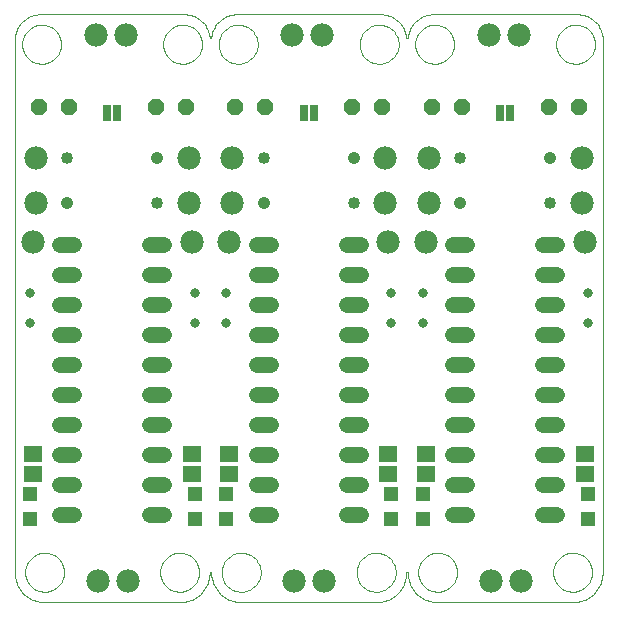
<source format=gts>
G75*
G70*
%OFA0B0*%
%FSLAX24Y24*%
%IPPOS*%
%LPD*%
%AMOC8*
5,1,8,0,0,1.08239X$1,22.5*
%
%ADD10C,0.0010*%
%ADD11C,0.0000*%
%ADD12C,0.0520*%
%ADD13C,0.0316*%
%ADD14C,0.0400*%
%ADD15C,0.0412*%
%ADD16C,0.0780*%
%ADD17OC8,0.0520*%
%ADD18R,0.0631X0.0552*%
%ADD19R,0.0512X0.0512*%
%ADD20R,0.0290X0.0540*%
D10*
X000730Y001380D02*
X000732Y001430D01*
X000738Y001480D01*
X000748Y001530D01*
X000761Y001578D01*
X000778Y001626D01*
X000799Y001672D01*
X000823Y001716D01*
X000851Y001758D01*
X000882Y001798D01*
X000916Y001835D01*
X000953Y001870D01*
X000992Y001901D01*
X001033Y001930D01*
X001077Y001955D01*
X001123Y001977D01*
X001170Y001995D01*
X001218Y002009D01*
X001267Y002020D01*
X001317Y002027D01*
X001367Y002030D01*
X001418Y002029D01*
X001468Y002024D01*
X001518Y002015D01*
X001566Y002003D01*
X001614Y001986D01*
X001660Y001966D01*
X001705Y001943D01*
X001748Y001916D01*
X001788Y001886D01*
X001826Y001853D01*
X001861Y001817D01*
X001894Y001778D01*
X001923Y001737D01*
X001949Y001694D01*
X001972Y001649D01*
X001991Y001602D01*
X002006Y001554D01*
X002018Y001505D01*
X002026Y001455D01*
X002030Y001405D01*
X002030Y001355D01*
X002026Y001305D01*
X002018Y001255D01*
X002006Y001206D01*
X001991Y001158D01*
X001972Y001111D01*
X001949Y001066D01*
X001923Y001023D01*
X001894Y000982D01*
X001861Y000943D01*
X001826Y000907D01*
X001788Y000874D01*
X001748Y000844D01*
X001705Y000817D01*
X001660Y000794D01*
X001614Y000774D01*
X001566Y000757D01*
X001518Y000745D01*
X001468Y000736D01*
X001418Y000731D01*
X001367Y000730D01*
X001317Y000733D01*
X001267Y000740D01*
X001218Y000751D01*
X001170Y000765D01*
X001123Y000783D01*
X001077Y000805D01*
X001033Y000830D01*
X000992Y000859D01*
X000953Y000890D01*
X000916Y000925D01*
X000882Y000962D01*
X000851Y001002D01*
X000823Y001044D01*
X000799Y001088D01*
X000778Y001134D01*
X000761Y001182D01*
X000748Y001230D01*
X000738Y001280D01*
X000732Y001330D01*
X000730Y001380D01*
X005230Y001380D02*
X005232Y001430D01*
X005238Y001480D01*
X005248Y001530D01*
X005261Y001578D01*
X005278Y001626D01*
X005299Y001672D01*
X005323Y001716D01*
X005351Y001758D01*
X005382Y001798D01*
X005416Y001835D01*
X005453Y001870D01*
X005492Y001901D01*
X005533Y001930D01*
X005577Y001955D01*
X005623Y001977D01*
X005670Y001995D01*
X005718Y002009D01*
X005767Y002020D01*
X005817Y002027D01*
X005867Y002030D01*
X005918Y002029D01*
X005968Y002024D01*
X006018Y002015D01*
X006066Y002003D01*
X006114Y001986D01*
X006160Y001966D01*
X006205Y001943D01*
X006248Y001916D01*
X006288Y001886D01*
X006326Y001853D01*
X006361Y001817D01*
X006394Y001778D01*
X006423Y001737D01*
X006449Y001694D01*
X006472Y001649D01*
X006491Y001602D01*
X006506Y001554D01*
X006518Y001505D01*
X006526Y001455D01*
X006530Y001405D01*
X006530Y001355D01*
X006526Y001305D01*
X006518Y001255D01*
X006506Y001206D01*
X006491Y001158D01*
X006472Y001111D01*
X006449Y001066D01*
X006423Y001023D01*
X006394Y000982D01*
X006361Y000943D01*
X006326Y000907D01*
X006288Y000874D01*
X006248Y000844D01*
X006205Y000817D01*
X006160Y000794D01*
X006114Y000774D01*
X006066Y000757D01*
X006018Y000745D01*
X005968Y000736D01*
X005918Y000731D01*
X005867Y000730D01*
X005817Y000733D01*
X005767Y000740D01*
X005718Y000751D01*
X005670Y000765D01*
X005623Y000783D01*
X005577Y000805D01*
X005533Y000830D01*
X005492Y000859D01*
X005453Y000890D01*
X005416Y000925D01*
X005382Y000962D01*
X005351Y001002D01*
X005323Y001044D01*
X005299Y001088D01*
X005278Y001134D01*
X005261Y001182D01*
X005248Y001230D01*
X005238Y001280D01*
X005232Y001330D01*
X005230Y001380D01*
X007280Y001380D02*
X007282Y001430D01*
X007288Y001480D01*
X007298Y001530D01*
X007311Y001578D01*
X007328Y001626D01*
X007349Y001672D01*
X007373Y001716D01*
X007401Y001758D01*
X007432Y001798D01*
X007466Y001835D01*
X007503Y001870D01*
X007542Y001901D01*
X007583Y001930D01*
X007627Y001955D01*
X007673Y001977D01*
X007720Y001995D01*
X007768Y002009D01*
X007817Y002020D01*
X007867Y002027D01*
X007917Y002030D01*
X007968Y002029D01*
X008018Y002024D01*
X008068Y002015D01*
X008116Y002003D01*
X008164Y001986D01*
X008210Y001966D01*
X008255Y001943D01*
X008298Y001916D01*
X008338Y001886D01*
X008376Y001853D01*
X008411Y001817D01*
X008444Y001778D01*
X008473Y001737D01*
X008499Y001694D01*
X008522Y001649D01*
X008541Y001602D01*
X008556Y001554D01*
X008568Y001505D01*
X008576Y001455D01*
X008580Y001405D01*
X008580Y001355D01*
X008576Y001305D01*
X008568Y001255D01*
X008556Y001206D01*
X008541Y001158D01*
X008522Y001111D01*
X008499Y001066D01*
X008473Y001023D01*
X008444Y000982D01*
X008411Y000943D01*
X008376Y000907D01*
X008338Y000874D01*
X008298Y000844D01*
X008255Y000817D01*
X008210Y000794D01*
X008164Y000774D01*
X008116Y000757D01*
X008068Y000745D01*
X008018Y000736D01*
X007968Y000731D01*
X007917Y000730D01*
X007867Y000733D01*
X007817Y000740D01*
X007768Y000751D01*
X007720Y000765D01*
X007673Y000783D01*
X007627Y000805D01*
X007583Y000830D01*
X007542Y000859D01*
X007503Y000890D01*
X007466Y000925D01*
X007432Y000962D01*
X007401Y001002D01*
X007373Y001044D01*
X007349Y001088D01*
X007328Y001134D01*
X007311Y001182D01*
X007298Y001230D01*
X007288Y001280D01*
X007282Y001330D01*
X007280Y001380D01*
X011780Y001380D02*
X011782Y001430D01*
X011788Y001480D01*
X011798Y001530D01*
X011811Y001578D01*
X011828Y001626D01*
X011849Y001672D01*
X011873Y001716D01*
X011901Y001758D01*
X011932Y001798D01*
X011966Y001835D01*
X012003Y001870D01*
X012042Y001901D01*
X012083Y001930D01*
X012127Y001955D01*
X012173Y001977D01*
X012220Y001995D01*
X012268Y002009D01*
X012317Y002020D01*
X012367Y002027D01*
X012417Y002030D01*
X012468Y002029D01*
X012518Y002024D01*
X012568Y002015D01*
X012616Y002003D01*
X012664Y001986D01*
X012710Y001966D01*
X012755Y001943D01*
X012798Y001916D01*
X012838Y001886D01*
X012876Y001853D01*
X012911Y001817D01*
X012944Y001778D01*
X012973Y001737D01*
X012999Y001694D01*
X013022Y001649D01*
X013041Y001602D01*
X013056Y001554D01*
X013068Y001505D01*
X013076Y001455D01*
X013080Y001405D01*
X013080Y001355D01*
X013076Y001305D01*
X013068Y001255D01*
X013056Y001206D01*
X013041Y001158D01*
X013022Y001111D01*
X012999Y001066D01*
X012973Y001023D01*
X012944Y000982D01*
X012911Y000943D01*
X012876Y000907D01*
X012838Y000874D01*
X012798Y000844D01*
X012755Y000817D01*
X012710Y000794D01*
X012664Y000774D01*
X012616Y000757D01*
X012568Y000745D01*
X012518Y000736D01*
X012468Y000731D01*
X012417Y000730D01*
X012367Y000733D01*
X012317Y000740D01*
X012268Y000751D01*
X012220Y000765D01*
X012173Y000783D01*
X012127Y000805D01*
X012083Y000830D01*
X012042Y000859D01*
X012003Y000890D01*
X011966Y000925D01*
X011932Y000962D01*
X011901Y001002D01*
X011873Y001044D01*
X011849Y001088D01*
X011828Y001134D01*
X011811Y001182D01*
X011798Y001230D01*
X011788Y001280D01*
X011782Y001330D01*
X011780Y001380D01*
X013830Y001380D02*
X013832Y001430D01*
X013838Y001480D01*
X013848Y001530D01*
X013861Y001578D01*
X013878Y001626D01*
X013899Y001672D01*
X013923Y001716D01*
X013951Y001758D01*
X013982Y001798D01*
X014016Y001835D01*
X014053Y001870D01*
X014092Y001901D01*
X014133Y001930D01*
X014177Y001955D01*
X014223Y001977D01*
X014270Y001995D01*
X014318Y002009D01*
X014367Y002020D01*
X014417Y002027D01*
X014467Y002030D01*
X014518Y002029D01*
X014568Y002024D01*
X014618Y002015D01*
X014666Y002003D01*
X014714Y001986D01*
X014760Y001966D01*
X014805Y001943D01*
X014848Y001916D01*
X014888Y001886D01*
X014926Y001853D01*
X014961Y001817D01*
X014994Y001778D01*
X015023Y001737D01*
X015049Y001694D01*
X015072Y001649D01*
X015091Y001602D01*
X015106Y001554D01*
X015118Y001505D01*
X015126Y001455D01*
X015130Y001405D01*
X015130Y001355D01*
X015126Y001305D01*
X015118Y001255D01*
X015106Y001206D01*
X015091Y001158D01*
X015072Y001111D01*
X015049Y001066D01*
X015023Y001023D01*
X014994Y000982D01*
X014961Y000943D01*
X014926Y000907D01*
X014888Y000874D01*
X014848Y000844D01*
X014805Y000817D01*
X014760Y000794D01*
X014714Y000774D01*
X014666Y000757D01*
X014618Y000745D01*
X014568Y000736D01*
X014518Y000731D01*
X014467Y000730D01*
X014417Y000733D01*
X014367Y000740D01*
X014318Y000751D01*
X014270Y000765D01*
X014223Y000783D01*
X014177Y000805D01*
X014133Y000830D01*
X014092Y000859D01*
X014053Y000890D01*
X014016Y000925D01*
X013982Y000962D01*
X013951Y001002D01*
X013923Y001044D01*
X013899Y001088D01*
X013878Y001134D01*
X013861Y001182D01*
X013848Y001230D01*
X013838Y001280D01*
X013832Y001330D01*
X013830Y001380D01*
X018330Y001380D02*
X018332Y001430D01*
X018338Y001480D01*
X018348Y001530D01*
X018361Y001578D01*
X018378Y001626D01*
X018399Y001672D01*
X018423Y001716D01*
X018451Y001758D01*
X018482Y001798D01*
X018516Y001835D01*
X018553Y001870D01*
X018592Y001901D01*
X018633Y001930D01*
X018677Y001955D01*
X018723Y001977D01*
X018770Y001995D01*
X018818Y002009D01*
X018867Y002020D01*
X018917Y002027D01*
X018967Y002030D01*
X019018Y002029D01*
X019068Y002024D01*
X019118Y002015D01*
X019166Y002003D01*
X019214Y001986D01*
X019260Y001966D01*
X019305Y001943D01*
X019348Y001916D01*
X019388Y001886D01*
X019426Y001853D01*
X019461Y001817D01*
X019494Y001778D01*
X019523Y001737D01*
X019549Y001694D01*
X019572Y001649D01*
X019591Y001602D01*
X019606Y001554D01*
X019618Y001505D01*
X019626Y001455D01*
X019630Y001405D01*
X019630Y001355D01*
X019626Y001305D01*
X019618Y001255D01*
X019606Y001206D01*
X019591Y001158D01*
X019572Y001111D01*
X019549Y001066D01*
X019523Y001023D01*
X019494Y000982D01*
X019461Y000943D01*
X019426Y000907D01*
X019388Y000874D01*
X019348Y000844D01*
X019305Y000817D01*
X019260Y000794D01*
X019214Y000774D01*
X019166Y000757D01*
X019118Y000745D01*
X019068Y000736D01*
X019018Y000731D01*
X018967Y000730D01*
X018917Y000733D01*
X018867Y000740D01*
X018818Y000751D01*
X018770Y000765D01*
X018723Y000783D01*
X018677Y000805D01*
X018633Y000830D01*
X018592Y000859D01*
X018553Y000890D01*
X018516Y000925D01*
X018482Y000962D01*
X018451Y001002D01*
X018423Y001044D01*
X018399Y001088D01*
X018378Y001134D01*
X018361Y001182D01*
X018348Y001230D01*
X018338Y001280D01*
X018332Y001330D01*
X018330Y001380D01*
X018430Y018980D02*
X018432Y019030D01*
X018438Y019080D01*
X018448Y019130D01*
X018461Y019178D01*
X018478Y019226D01*
X018499Y019272D01*
X018523Y019316D01*
X018551Y019358D01*
X018582Y019398D01*
X018616Y019435D01*
X018653Y019470D01*
X018692Y019501D01*
X018733Y019530D01*
X018777Y019555D01*
X018823Y019577D01*
X018870Y019595D01*
X018918Y019609D01*
X018967Y019620D01*
X019017Y019627D01*
X019067Y019630D01*
X019118Y019629D01*
X019168Y019624D01*
X019218Y019615D01*
X019266Y019603D01*
X019314Y019586D01*
X019360Y019566D01*
X019405Y019543D01*
X019448Y019516D01*
X019488Y019486D01*
X019526Y019453D01*
X019561Y019417D01*
X019594Y019378D01*
X019623Y019337D01*
X019649Y019294D01*
X019672Y019249D01*
X019691Y019202D01*
X019706Y019154D01*
X019718Y019105D01*
X019726Y019055D01*
X019730Y019005D01*
X019730Y018955D01*
X019726Y018905D01*
X019718Y018855D01*
X019706Y018806D01*
X019691Y018758D01*
X019672Y018711D01*
X019649Y018666D01*
X019623Y018623D01*
X019594Y018582D01*
X019561Y018543D01*
X019526Y018507D01*
X019488Y018474D01*
X019448Y018444D01*
X019405Y018417D01*
X019360Y018394D01*
X019314Y018374D01*
X019266Y018357D01*
X019218Y018345D01*
X019168Y018336D01*
X019118Y018331D01*
X019067Y018330D01*
X019017Y018333D01*
X018967Y018340D01*
X018918Y018351D01*
X018870Y018365D01*
X018823Y018383D01*
X018777Y018405D01*
X018733Y018430D01*
X018692Y018459D01*
X018653Y018490D01*
X018616Y018525D01*
X018582Y018562D01*
X018551Y018602D01*
X018523Y018644D01*
X018499Y018688D01*
X018478Y018734D01*
X018461Y018782D01*
X018448Y018830D01*
X018438Y018880D01*
X018432Y018930D01*
X018430Y018980D01*
X013730Y018980D02*
X013732Y019030D01*
X013738Y019080D01*
X013748Y019130D01*
X013761Y019178D01*
X013778Y019226D01*
X013799Y019272D01*
X013823Y019316D01*
X013851Y019358D01*
X013882Y019398D01*
X013916Y019435D01*
X013953Y019470D01*
X013992Y019501D01*
X014033Y019530D01*
X014077Y019555D01*
X014123Y019577D01*
X014170Y019595D01*
X014218Y019609D01*
X014267Y019620D01*
X014317Y019627D01*
X014367Y019630D01*
X014418Y019629D01*
X014468Y019624D01*
X014518Y019615D01*
X014566Y019603D01*
X014614Y019586D01*
X014660Y019566D01*
X014705Y019543D01*
X014748Y019516D01*
X014788Y019486D01*
X014826Y019453D01*
X014861Y019417D01*
X014894Y019378D01*
X014923Y019337D01*
X014949Y019294D01*
X014972Y019249D01*
X014991Y019202D01*
X015006Y019154D01*
X015018Y019105D01*
X015026Y019055D01*
X015030Y019005D01*
X015030Y018955D01*
X015026Y018905D01*
X015018Y018855D01*
X015006Y018806D01*
X014991Y018758D01*
X014972Y018711D01*
X014949Y018666D01*
X014923Y018623D01*
X014894Y018582D01*
X014861Y018543D01*
X014826Y018507D01*
X014788Y018474D01*
X014748Y018444D01*
X014705Y018417D01*
X014660Y018394D01*
X014614Y018374D01*
X014566Y018357D01*
X014518Y018345D01*
X014468Y018336D01*
X014418Y018331D01*
X014367Y018330D01*
X014317Y018333D01*
X014267Y018340D01*
X014218Y018351D01*
X014170Y018365D01*
X014123Y018383D01*
X014077Y018405D01*
X014033Y018430D01*
X013992Y018459D01*
X013953Y018490D01*
X013916Y018525D01*
X013882Y018562D01*
X013851Y018602D01*
X013823Y018644D01*
X013799Y018688D01*
X013778Y018734D01*
X013761Y018782D01*
X013748Y018830D01*
X013738Y018880D01*
X013732Y018930D01*
X013730Y018980D01*
X011880Y018980D02*
X011882Y019030D01*
X011888Y019080D01*
X011898Y019130D01*
X011911Y019178D01*
X011928Y019226D01*
X011949Y019272D01*
X011973Y019316D01*
X012001Y019358D01*
X012032Y019398D01*
X012066Y019435D01*
X012103Y019470D01*
X012142Y019501D01*
X012183Y019530D01*
X012227Y019555D01*
X012273Y019577D01*
X012320Y019595D01*
X012368Y019609D01*
X012417Y019620D01*
X012467Y019627D01*
X012517Y019630D01*
X012568Y019629D01*
X012618Y019624D01*
X012668Y019615D01*
X012716Y019603D01*
X012764Y019586D01*
X012810Y019566D01*
X012855Y019543D01*
X012898Y019516D01*
X012938Y019486D01*
X012976Y019453D01*
X013011Y019417D01*
X013044Y019378D01*
X013073Y019337D01*
X013099Y019294D01*
X013122Y019249D01*
X013141Y019202D01*
X013156Y019154D01*
X013168Y019105D01*
X013176Y019055D01*
X013180Y019005D01*
X013180Y018955D01*
X013176Y018905D01*
X013168Y018855D01*
X013156Y018806D01*
X013141Y018758D01*
X013122Y018711D01*
X013099Y018666D01*
X013073Y018623D01*
X013044Y018582D01*
X013011Y018543D01*
X012976Y018507D01*
X012938Y018474D01*
X012898Y018444D01*
X012855Y018417D01*
X012810Y018394D01*
X012764Y018374D01*
X012716Y018357D01*
X012668Y018345D01*
X012618Y018336D01*
X012568Y018331D01*
X012517Y018330D01*
X012467Y018333D01*
X012417Y018340D01*
X012368Y018351D01*
X012320Y018365D01*
X012273Y018383D01*
X012227Y018405D01*
X012183Y018430D01*
X012142Y018459D01*
X012103Y018490D01*
X012066Y018525D01*
X012032Y018562D01*
X012001Y018602D01*
X011973Y018644D01*
X011949Y018688D01*
X011928Y018734D01*
X011911Y018782D01*
X011898Y018830D01*
X011888Y018880D01*
X011882Y018930D01*
X011880Y018980D01*
X007180Y018980D02*
X007182Y019030D01*
X007188Y019080D01*
X007198Y019130D01*
X007211Y019178D01*
X007228Y019226D01*
X007249Y019272D01*
X007273Y019316D01*
X007301Y019358D01*
X007332Y019398D01*
X007366Y019435D01*
X007403Y019470D01*
X007442Y019501D01*
X007483Y019530D01*
X007527Y019555D01*
X007573Y019577D01*
X007620Y019595D01*
X007668Y019609D01*
X007717Y019620D01*
X007767Y019627D01*
X007817Y019630D01*
X007868Y019629D01*
X007918Y019624D01*
X007968Y019615D01*
X008016Y019603D01*
X008064Y019586D01*
X008110Y019566D01*
X008155Y019543D01*
X008198Y019516D01*
X008238Y019486D01*
X008276Y019453D01*
X008311Y019417D01*
X008344Y019378D01*
X008373Y019337D01*
X008399Y019294D01*
X008422Y019249D01*
X008441Y019202D01*
X008456Y019154D01*
X008468Y019105D01*
X008476Y019055D01*
X008480Y019005D01*
X008480Y018955D01*
X008476Y018905D01*
X008468Y018855D01*
X008456Y018806D01*
X008441Y018758D01*
X008422Y018711D01*
X008399Y018666D01*
X008373Y018623D01*
X008344Y018582D01*
X008311Y018543D01*
X008276Y018507D01*
X008238Y018474D01*
X008198Y018444D01*
X008155Y018417D01*
X008110Y018394D01*
X008064Y018374D01*
X008016Y018357D01*
X007968Y018345D01*
X007918Y018336D01*
X007868Y018331D01*
X007817Y018330D01*
X007767Y018333D01*
X007717Y018340D01*
X007668Y018351D01*
X007620Y018365D01*
X007573Y018383D01*
X007527Y018405D01*
X007483Y018430D01*
X007442Y018459D01*
X007403Y018490D01*
X007366Y018525D01*
X007332Y018562D01*
X007301Y018602D01*
X007273Y018644D01*
X007249Y018688D01*
X007228Y018734D01*
X007211Y018782D01*
X007198Y018830D01*
X007188Y018880D01*
X007182Y018930D01*
X007180Y018980D01*
X005330Y018980D02*
X005332Y019030D01*
X005338Y019080D01*
X005348Y019130D01*
X005361Y019178D01*
X005378Y019226D01*
X005399Y019272D01*
X005423Y019316D01*
X005451Y019358D01*
X005482Y019398D01*
X005516Y019435D01*
X005553Y019470D01*
X005592Y019501D01*
X005633Y019530D01*
X005677Y019555D01*
X005723Y019577D01*
X005770Y019595D01*
X005818Y019609D01*
X005867Y019620D01*
X005917Y019627D01*
X005967Y019630D01*
X006018Y019629D01*
X006068Y019624D01*
X006118Y019615D01*
X006166Y019603D01*
X006214Y019586D01*
X006260Y019566D01*
X006305Y019543D01*
X006348Y019516D01*
X006388Y019486D01*
X006426Y019453D01*
X006461Y019417D01*
X006494Y019378D01*
X006523Y019337D01*
X006549Y019294D01*
X006572Y019249D01*
X006591Y019202D01*
X006606Y019154D01*
X006618Y019105D01*
X006626Y019055D01*
X006630Y019005D01*
X006630Y018955D01*
X006626Y018905D01*
X006618Y018855D01*
X006606Y018806D01*
X006591Y018758D01*
X006572Y018711D01*
X006549Y018666D01*
X006523Y018623D01*
X006494Y018582D01*
X006461Y018543D01*
X006426Y018507D01*
X006388Y018474D01*
X006348Y018444D01*
X006305Y018417D01*
X006260Y018394D01*
X006214Y018374D01*
X006166Y018357D01*
X006118Y018345D01*
X006068Y018336D01*
X006018Y018331D01*
X005967Y018330D01*
X005917Y018333D01*
X005867Y018340D01*
X005818Y018351D01*
X005770Y018365D01*
X005723Y018383D01*
X005677Y018405D01*
X005633Y018430D01*
X005592Y018459D01*
X005553Y018490D01*
X005516Y018525D01*
X005482Y018562D01*
X005451Y018602D01*
X005423Y018644D01*
X005399Y018688D01*
X005378Y018734D01*
X005361Y018782D01*
X005348Y018830D01*
X005338Y018880D01*
X005332Y018930D01*
X005330Y018980D01*
X000630Y018980D02*
X000632Y019030D01*
X000638Y019080D01*
X000648Y019130D01*
X000661Y019178D01*
X000678Y019226D01*
X000699Y019272D01*
X000723Y019316D01*
X000751Y019358D01*
X000782Y019398D01*
X000816Y019435D01*
X000853Y019470D01*
X000892Y019501D01*
X000933Y019530D01*
X000977Y019555D01*
X001023Y019577D01*
X001070Y019595D01*
X001118Y019609D01*
X001167Y019620D01*
X001217Y019627D01*
X001267Y019630D01*
X001318Y019629D01*
X001368Y019624D01*
X001418Y019615D01*
X001466Y019603D01*
X001514Y019586D01*
X001560Y019566D01*
X001605Y019543D01*
X001648Y019516D01*
X001688Y019486D01*
X001726Y019453D01*
X001761Y019417D01*
X001794Y019378D01*
X001823Y019337D01*
X001849Y019294D01*
X001872Y019249D01*
X001891Y019202D01*
X001906Y019154D01*
X001918Y019105D01*
X001926Y019055D01*
X001930Y019005D01*
X001930Y018955D01*
X001926Y018905D01*
X001918Y018855D01*
X001906Y018806D01*
X001891Y018758D01*
X001872Y018711D01*
X001849Y018666D01*
X001823Y018623D01*
X001794Y018582D01*
X001761Y018543D01*
X001726Y018507D01*
X001688Y018474D01*
X001648Y018444D01*
X001605Y018417D01*
X001560Y018394D01*
X001514Y018374D01*
X001466Y018357D01*
X001418Y018345D01*
X001368Y018336D01*
X001318Y018331D01*
X001267Y018330D01*
X001217Y018333D01*
X001167Y018340D01*
X001118Y018351D01*
X001070Y018365D01*
X001023Y018383D01*
X000977Y018405D01*
X000933Y018430D01*
X000892Y018459D01*
X000853Y018490D01*
X000816Y018525D01*
X000782Y018562D01*
X000751Y018602D01*
X000723Y018644D01*
X000699Y018688D01*
X000678Y018734D01*
X000661Y018782D01*
X000648Y018830D01*
X000638Y018880D01*
X000632Y018930D01*
X000630Y018980D01*
D11*
X000380Y019180D02*
X000380Y001380D01*
X000382Y001320D01*
X000387Y001259D01*
X000396Y001200D01*
X000409Y001141D01*
X000425Y001082D01*
X000445Y001025D01*
X000468Y000970D01*
X000495Y000915D01*
X000524Y000863D01*
X000557Y000812D01*
X000593Y000763D01*
X000631Y000717D01*
X000673Y000673D01*
X000717Y000631D01*
X000763Y000593D01*
X000812Y000557D01*
X000863Y000524D01*
X000915Y000495D01*
X000970Y000468D01*
X001025Y000445D01*
X001082Y000425D01*
X001141Y000409D01*
X001200Y000396D01*
X001259Y000387D01*
X001320Y000382D01*
X001380Y000380D01*
X005880Y000380D01*
X005940Y000382D01*
X006001Y000387D01*
X006060Y000396D01*
X006119Y000409D01*
X006178Y000425D01*
X006235Y000445D01*
X006290Y000468D01*
X006345Y000495D01*
X006397Y000524D01*
X006448Y000557D01*
X006497Y000593D01*
X006543Y000631D01*
X006587Y000673D01*
X006629Y000717D01*
X006667Y000763D01*
X006703Y000812D01*
X006736Y000863D01*
X006765Y000915D01*
X006792Y000970D01*
X006815Y001025D01*
X006835Y001082D01*
X006851Y001141D01*
X006864Y001200D01*
X006873Y001259D01*
X006878Y001320D01*
X006880Y001380D01*
X006930Y001380D01*
X006932Y001320D01*
X006937Y001259D01*
X006946Y001200D01*
X006959Y001141D01*
X006975Y001082D01*
X006995Y001025D01*
X007018Y000970D01*
X007045Y000915D01*
X007074Y000863D01*
X007107Y000812D01*
X007143Y000763D01*
X007181Y000717D01*
X007223Y000673D01*
X007267Y000631D01*
X007313Y000593D01*
X007362Y000557D01*
X007413Y000524D01*
X007465Y000495D01*
X007520Y000468D01*
X007575Y000445D01*
X007632Y000425D01*
X007691Y000409D01*
X007750Y000396D01*
X007809Y000387D01*
X007870Y000382D01*
X007930Y000380D01*
X012430Y000380D01*
X012490Y000382D01*
X012551Y000387D01*
X012610Y000396D01*
X012669Y000409D01*
X012728Y000425D01*
X012785Y000445D01*
X012840Y000468D01*
X012895Y000495D01*
X012947Y000524D01*
X012998Y000557D01*
X013047Y000593D01*
X013093Y000631D01*
X013137Y000673D01*
X013179Y000717D01*
X013217Y000763D01*
X013253Y000812D01*
X013286Y000863D01*
X013315Y000915D01*
X013342Y000970D01*
X013365Y001025D01*
X013385Y001082D01*
X013401Y001141D01*
X013414Y001200D01*
X013423Y001259D01*
X013428Y001320D01*
X013430Y001380D01*
X013480Y001380D01*
X013482Y001320D01*
X013487Y001259D01*
X013496Y001200D01*
X013509Y001141D01*
X013525Y001082D01*
X013545Y001025D01*
X013568Y000970D01*
X013595Y000915D01*
X013624Y000863D01*
X013657Y000812D01*
X013693Y000763D01*
X013731Y000717D01*
X013773Y000673D01*
X013817Y000631D01*
X013863Y000593D01*
X013912Y000557D01*
X013963Y000524D01*
X014015Y000495D01*
X014070Y000468D01*
X014125Y000445D01*
X014182Y000425D01*
X014241Y000409D01*
X014300Y000396D01*
X014359Y000387D01*
X014420Y000382D01*
X014480Y000380D01*
X018980Y000380D01*
X019040Y000382D01*
X019101Y000387D01*
X019160Y000396D01*
X019219Y000409D01*
X019278Y000425D01*
X019335Y000445D01*
X019390Y000468D01*
X019445Y000495D01*
X019497Y000524D01*
X019548Y000557D01*
X019597Y000593D01*
X019643Y000631D01*
X019687Y000673D01*
X019729Y000717D01*
X019767Y000763D01*
X019803Y000812D01*
X019836Y000863D01*
X019865Y000915D01*
X019892Y000970D01*
X019915Y001025D01*
X019935Y001082D01*
X019951Y001141D01*
X019964Y001200D01*
X019973Y001259D01*
X019978Y001320D01*
X019980Y001380D01*
X019980Y019180D01*
X019974Y019235D01*
X019966Y019290D01*
X019953Y019345D01*
X019938Y019398D01*
X019918Y019450D01*
X019896Y019501D01*
X019870Y019551D01*
X019841Y019598D01*
X019809Y019644D01*
X019774Y019687D01*
X019736Y019728D01*
X019695Y019766D01*
X019653Y019802D01*
X019608Y019834D01*
X019560Y019864D01*
X019511Y019891D01*
X019461Y019914D01*
X019409Y019934D01*
X019356Y019951D01*
X019302Y019964D01*
X019247Y019973D01*
X019191Y019979D01*
X019136Y019981D01*
X019080Y019980D01*
X014380Y019980D01*
X013480Y019180D02*
X013430Y019180D01*
X013424Y019235D01*
X013416Y019290D01*
X013403Y019345D01*
X013388Y019398D01*
X013368Y019450D01*
X013346Y019501D01*
X013320Y019551D01*
X013291Y019598D01*
X013259Y019644D01*
X013224Y019687D01*
X013186Y019728D01*
X013145Y019766D01*
X013103Y019802D01*
X013058Y019834D01*
X013010Y019864D01*
X012961Y019891D01*
X012911Y019914D01*
X012859Y019934D01*
X012806Y019951D01*
X012752Y019964D01*
X012697Y019973D01*
X012641Y019979D01*
X012586Y019981D01*
X012530Y019980D01*
X007830Y019980D01*
X006930Y019180D02*
X006880Y019180D01*
X006874Y019235D01*
X006866Y019290D01*
X006853Y019345D01*
X006838Y019398D01*
X006818Y019450D01*
X006796Y019501D01*
X006770Y019551D01*
X006741Y019598D01*
X006709Y019644D01*
X006674Y019687D01*
X006636Y019728D01*
X006595Y019766D01*
X006553Y019802D01*
X006508Y019834D01*
X006460Y019864D01*
X006411Y019891D01*
X006361Y019914D01*
X006309Y019934D01*
X006256Y019951D01*
X006202Y019964D01*
X006147Y019973D01*
X006091Y019979D01*
X006036Y019981D01*
X005980Y019980D01*
X001280Y019980D01*
X001224Y019981D01*
X001169Y019979D01*
X001113Y019973D01*
X001058Y019964D01*
X001004Y019951D01*
X000951Y019934D01*
X000899Y019914D01*
X000849Y019891D01*
X000800Y019864D01*
X000752Y019834D01*
X000707Y019802D01*
X000665Y019766D01*
X000624Y019728D01*
X000586Y019687D01*
X000551Y019644D01*
X000519Y019598D01*
X000490Y019551D01*
X000464Y019501D01*
X000442Y019450D01*
X000422Y019398D01*
X000407Y019345D01*
X000394Y019290D01*
X000386Y019235D01*
X000380Y019180D01*
X006930Y019180D02*
X006936Y019235D01*
X006944Y019290D01*
X006957Y019345D01*
X006972Y019398D01*
X006992Y019450D01*
X007014Y019501D01*
X007040Y019551D01*
X007069Y019598D01*
X007101Y019644D01*
X007136Y019687D01*
X007174Y019728D01*
X007215Y019766D01*
X007257Y019802D01*
X007302Y019834D01*
X007350Y019864D01*
X007399Y019891D01*
X007449Y019914D01*
X007501Y019934D01*
X007554Y019951D01*
X007608Y019964D01*
X007663Y019973D01*
X007719Y019979D01*
X007774Y019981D01*
X007830Y019980D01*
X013480Y019180D02*
X013486Y019235D01*
X013494Y019290D01*
X013507Y019345D01*
X013522Y019398D01*
X013542Y019450D01*
X013564Y019501D01*
X013590Y019551D01*
X013619Y019598D01*
X013651Y019644D01*
X013686Y019687D01*
X013724Y019728D01*
X013765Y019766D01*
X013807Y019802D01*
X013852Y019834D01*
X013900Y019864D01*
X013949Y019891D01*
X013999Y019914D01*
X014051Y019934D01*
X014104Y019951D01*
X014158Y019964D01*
X014213Y019973D01*
X014269Y019979D01*
X014324Y019981D01*
X014380Y019980D01*
D12*
X014990Y012280D02*
X015470Y012280D01*
X015470Y011280D02*
X014990Y011280D01*
X014990Y010280D02*
X015470Y010280D01*
X015470Y009280D02*
X014990Y009280D01*
X014990Y008280D02*
X015470Y008280D01*
X015470Y007280D02*
X014990Y007280D01*
X014990Y006280D02*
X015470Y006280D01*
X015470Y005280D02*
X014990Y005280D01*
X014990Y004280D02*
X015470Y004280D01*
X015470Y003280D02*
X014990Y003280D01*
X017990Y003280D02*
X018470Y003280D01*
X018470Y004280D02*
X017990Y004280D01*
X017990Y005280D02*
X018470Y005280D01*
X018470Y006280D02*
X017990Y006280D01*
X017990Y007280D02*
X018470Y007280D01*
X018470Y008280D02*
X017990Y008280D01*
X017990Y009280D02*
X018470Y009280D01*
X018470Y010280D02*
X017990Y010280D01*
X017990Y011280D02*
X018470Y011280D01*
X018470Y012280D02*
X017990Y012280D01*
X011920Y012280D02*
X011440Y012280D01*
X011440Y011280D02*
X011920Y011280D01*
X011920Y010280D02*
X011440Y010280D01*
X011440Y009280D02*
X011920Y009280D01*
X011920Y008280D02*
X011440Y008280D01*
X011440Y007280D02*
X011920Y007280D01*
X011920Y006280D02*
X011440Y006280D01*
X011440Y005280D02*
X011920Y005280D01*
X011920Y004280D02*
X011440Y004280D01*
X011440Y003280D02*
X011920Y003280D01*
X008920Y003280D02*
X008440Y003280D01*
X008440Y004280D02*
X008920Y004280D01*
X008920Y005280D02*
X008440Y005280D01*
X008440Y006280D02*
X008920Y006280D01*
X008920Y007280D02*
X008440Y007280D01*
X008440Y008280D02*
X008920Y008280D01*
X008920Y009280D02*
X008440Y009280D01*
X008440Y010280D02*
X008920Y010280D01*
X008920Y011280D02*
X008440Y011280D01*
X008440Y012280D02*
X008920Y012280D01*
X005370Y012280D02*
X004890Y012280D01*
X004890Y011280D02*
X005370Y011280D01*
X005370Y010280D02*
X004890Y010280D01*
X004890Y009280D02*
X005370Y009280D01*
X005370Y008280D02*
X004890Y008280D01*
X004890Y007280D02*
X005370Y007280D01*
X005370Y006280D02*
X004890Y006280D01*
X004890Y005280D02*
X005370Y005280D01*
X005370Y004280D02*
X004890Y004280D01*
X004890Y003280D02*
X005370Y003280D01*
X002370Y003280D02*
X001890Y003280D01*
X001890Y004280D02*
X002370Y004280D01*
X002370Y005280D02*
X001890Y005280D01*
X001890Y006280D02*
X002370Y006280D01*
X002370Y007280D02*
X001890Y007280D01*
X001890Y008280D02*
X002370Y008280D01*
X002370Y009280D02*
X001890Y009280D01*
X001890Y010280D02*
X002370Y010280D01*
X002370Y011280D02*
X001890Y011280D01*
X001890Y012280D02*
X002370Y012280D01*
D13*
X000880Y010680D03*
X000880Y009680D03*
X006380Y009680D03*
X006380Y010680D03*
X007430Y010680D03*
X007430Y009680D03*
X012930Y009680D03*
X012930Y010680D03*
X013980Y010680D03*
X013980Y009680D03*
X019480Y009680D03*
X019480Y010680D03*
D14*
X018230Y013680D03*
X015230Y015180D03*
X011680Y013680D03*
X008680Y015180D03*
X005130Y013680D03*
X002130Y015180D03*
D15*
X002130Y013680D03*
X005130Y015180D03*
X008680Y013680D03*
X011680Y015180D03*
X015230Y013680D03*
X018230Y015180D03*
D16*
X019280Y015180D03*
X019280Y013680D03*
X019380Y012380D03*
X014080Y012380D03*
X012830Y012380D03*
X012730Y013680D03*
X014180Y013680D03*
X014180Y015180D03*
X012730Y015180D03*
X010630Y019280D03*
X009630Y019280D03*
X007630Y015180D03*
X006180Y015180D03*
X006180Y013680D03*
X006280Y012380D03*
X007530Y012380D03*
X007630Y013680D03*
X004080Y019280D03*
X003080Y019280D03*
X001080Y015180D03*
X001080Y013680D03*
X000980Y012380D03*
X003140Y001080D03*
X004140Y001080D03*
X009690Y001080D03*
X010690Y001080D03*
X016240Y001080D03*
X017240Y001080D03*
X017180Y019280D03*
X016180Y019280D03*
D17*
X015280Y016880D03*
X014280Y016880D03*
X012630Y016880D03*
X011630Y016880D03*
X008730Y016880D03*
X007730Y016880D03*
X006080Y016880D03*
X005080Y016880D03*
X002180Y016880D03*
X001180Y016880D03*
X018180Y016880D03*
X019180Y016880D03*
D18*
X019380Y005315D03*
X019380Y004645D03*
X014080Y004645D03*
X014080Y005315D03*
X012830Y005315D03*
X012830Y004645D03*
X007530Y004645D03*
X007530Y005315D03*
X006280Y005315D03*
X006280Y004645D03*
X000980Y004645D03*
X000980Y005315D03*
D19*
X000880Y003993D03*
X000880Y003167D03*
X006380Y003167D03*
X006380Y003993D03*
X007430Y003993D03*
X007430Y003167D03*
X012930Y003167D03*
X012930Y003993D03*
X013980Y003993D03*
X013980Y003167D03*
X019480Y003167D03*
X019480Y003993D03*
D20*
X016892Y016680D03*
X016568Y016680D03*
X010342Y016680D03*
X010018Y016680D03*
X003792Y016680D03*
X003468Y016680D03*
M02*

</source>
